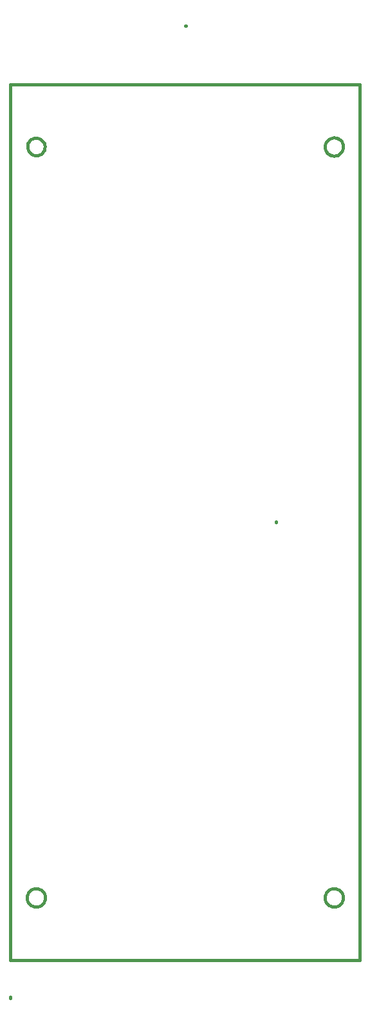
<source format=gbr>
G04 (created by PCBNEW-RS274X (2010-05-05 BZR 2356)-stable) date 2013-08-19 11:42:58*
G01*
G70*
G90*
%MOIN*%
G04 Gerber Fmt 3.4, Leading zero omitted, Abs format*
%FSLAX34Y34*%
G04 APERTURE LIST*
%ADD10C,0.006000*%
%ADD11C,0.015000*%
G04 APERTURE END LIST*
G54D10*
G54D11*
X51654Y-25394D02*
X51645Y-25481D01*
X51619Y-25566D01*
X51578Y-25644D01*
X51522Y-25713D01*
X51454Y-25769D01*
X51376Y-25811D01*
X51292Y-25837D01*
X51204Y-25846D01*
X51117Y-25838D01*
X51032Y-25814D01*
X50953Y-25773D01*
X50885Y-25717D01*
X50828Y-25649D01*
X50785Y-25572D01*
X50758Y-25488D01*
X50749Y-25400D01*
X50756Y-25313D01*
X50780Y-25228D01*
X50821Y-25149D01*
X50876Y-25080D01*
X50943Y-25023D01*
X51020Y-24979D01*
X51104Y-24952D01*
X51192Y-24942D01*
X51279Y-24948D01*
X51364Y-24972D01*
X51443Y-25012D01*
X51513Y-25066D01*
X51571Y-25133D01*
X51614Y-25210D01*
X51642Y-25294D01*
X51653Y-25382D01*
X51654Y-25394D01*
X67106Y-25394D02*
X67097Y-25485D01*
X67070Y-25573D01*
X67027Y-25655D01*
X66968Y-25726D01*
X66897Y-25785D01*
X66816Y-25829D01*
X66728Y-25856D01*
X66637Y-25865D01*
X66546Y-25857D01*
X66458Y-25831D01*
X66376Y-25788D01*
X66304Y-25731D01*
X66245Y-25660D01*
X66201Y-25579D01*
X66173Y-25492D01*
X66163Y-25400D01*
X66170Y-25309D01*
X66196Y-25221D01*
X66238Y-25139D01*
X66295Y-25067D01*
X66365Y-25007D01*
X66446Y-24962D01*
X66533Y-24934D01*
X66625Y-24923D01*
X66715Y-24930D01*
X66804Y-24954D01*
X66886Y-24996D01*
X66959Y-25053D01*
X67019Y-25122D01*
X67065Y-25203D01*
X67094Y-25290D01*
X67105Y-25381D01*
X67106Y-25394D01*
X67107Y-64213D02*
X67097Y-64304D01*
X67071Y-64393D01*
X67027Y-64474D01*
X66969Y-64546D01*
X66898Y-64605D01*
X66817Y-64649D01*
X66729Y-64676D01*
X66637Y-64685D01*
X66546Y-64677D01*
X66457Y-64651D01*
X66376Y-64608D01*
X66304Y-64550D01*
X66244Y-64480D01*
X66200Y-64399D01*
X66172Y-64311D01*
X66162Y-64219D01*
X66169Y-64128D01*
X66195Y-64039D01*
X66237Y-63957D01*
X66294Y-63885D01*
X66365Y-63825D01*
X66445Y-63780D01*
X66533Y-63752D01*
X66625Y-63741D01*
X66716Y-63748D01*
X66805Y-63773D01*
X66887Y-63814D01*
X66960Y-63871D01*
X67020Y-63941D01*
X67066Y-64021D01*
X67095Y-64109D01*
X67106Y-64200D01*
X67107Y-64213D01*
X51673Y-64213D02*
X51664Y-64304D01*
X51637Y-64392D01*
X51594Y-64474D01*
X51535Y-64545D01*
X51464Y-64604D01*
X51383Y-64648D01*
X51295Y-64675D01*
X51204Y-64684D01*
X51113Y-64676D01*
X51025Y-64650D01*
X50943Y-64607D01*
X50871Y-64550D01*
X50812Y-64479D01*
X50768Y-64398D01*
X50740Y-64311D01*
X50730Y-64219D01*
X50737Y-64128D01*
X50763Y-64040D01*
X50805Y-63958D01*
X50862Y-63886D01*
X50932Y-63826D01*
X51013Y-63781D01*
X51100Y-63753D01*
X51192Y-63742D01*
X51282Y-63749D01*
X51371Y-63773D01*
X51453Y-63815D01*
X51526Y-63872D01*
X51586Y-63941D01*
X51632Y-64022D01*
X51661Y-64109D01*
X51672Y-64200D01*
X51673Y-64213D01*
X63622Y-44803D02*
X63622Y-44783D01*
X58917Y-19134D02*
X58957Y-19134D01*
X67972Y-22165D02*
X67972Y-67441D01*
X49862Y-22165D02*
X49882Y-22165D01*
X49862Y-67441D02*
X49862Y-22165D01*
X67933Y-67441D02*
X67933Y-67402D01*
X49862Y-67441D02*
X67933Y-67441D01*
X49862Y-69409D02*
X49862Y-69331D01*
X49862Y-22165D02*
X67972Y-22165D01*
M02*

</source>
